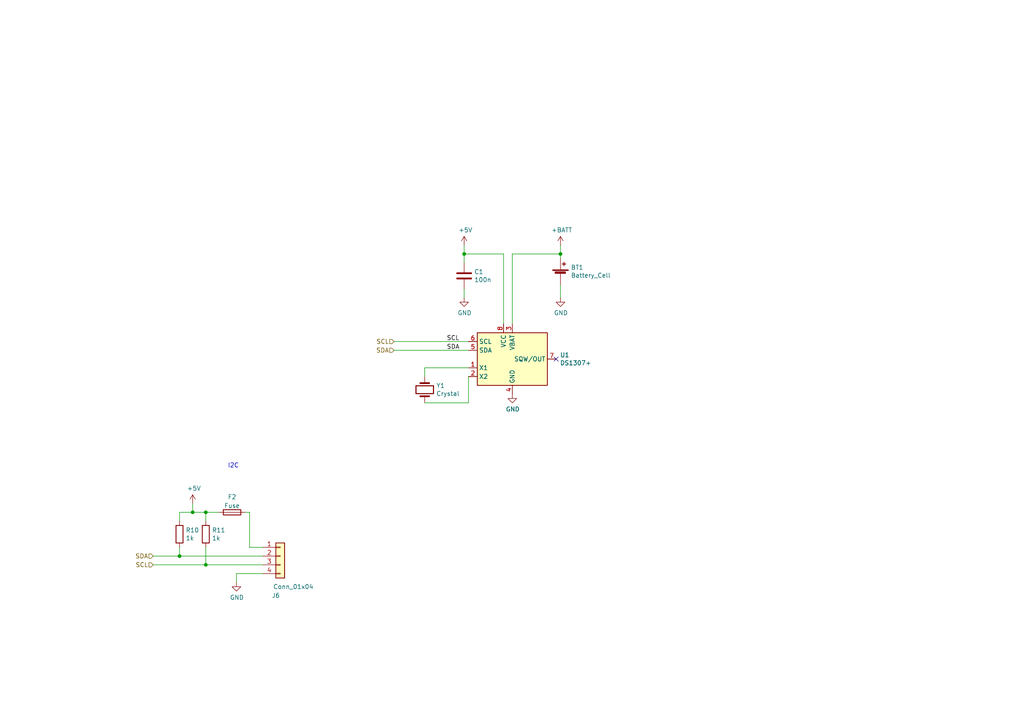
<source format=kicad_sch>
(kicad_sch (version 20211123) (generator eeschema)
  (paper "A4")
  (lib_symbols
    (symbol "Connector_Generic:Conn_01x04" (pin_names (offset 1.016) hide)
      (property "Reference" "J" (at 0 5.08 0))
      (property "Value" "Conn_01x04" (at 0 -7.62 0))
      (symbol "Conn_01x04_1_1"
        (rectangle (start -1.27 -4.953) (end 0 -5.207) (stroke (width 0.1524)))
        (rectangle (start -1.27 -2.413) (end 0 -2.667) (stroke (width 0.1524)))
        (rectangle (start -1.27 0.127) (end 0 -0.127) (stroke (width 0.1524)))
        (rectangle (start -1.27 2.667) (end 0 2.413) (stroke (width 0.1524)))
        (rectangle (start -1.27 3.81) (end 1.27 -6.35) (stroke (width 0.254)) (fill (type background)))
        (pin passive line (at -5.08 2.54 0) (length 3.81) (name "Pin_1") (number "1"))
        (pin passive line (at -5.08 0 0) (length 3.81) (name "Pin_2") (number "2"))
        (pin passive line (at -5.08 -2.54 0) (length 3.81) (name "Pin_3") (number "3"))
        (pin passive line (at -5.08 -5.08 0) (length 3.81) (name "Pin_4") (number "4"))
      )
    )
    (symbol "Device:Battery_Cell" (pin_numbers hide) (pin_names (offset 0) hide)
      (property "Reference" "BT" (at 2.54 2.54 0))
      (property "Value" "Battery_Cell" (at 2.54 0 0))
      (symbol "Battery_Cell_0_1"
        (rectangle (start -2.286 1.778) (end 2.286 1.524) (fill (type outline)))
        (rectangle (start -1.5748 1.1938) (end 1.4732 0.6858) (fill (type outline)))
        (polyline (pts (xy 0 0.762) (xy 0 0)))
        (polyline (pts (xy 0 1.778) (xy 0 2.54)))
        (polyline (pts (xy 0.508 3.429) (xy 1.524 3.429)) (stroke (width 0.254)))
        (polyline (pts (xy 1.016 3.937) (xy 1.016 2.921)) (stroke (width 0.254)))
      )
      (symbol "Battery_Cell_1_1"
        (pin passive line (at 0 5.08 270) (length 2.54) (name "+") (number "1"))
        (pin passive line (at 0 -2.54 90) (length 2.54) (name "-") (number "2"))
      )
    )
    (symbol "Device:C" (pin_numbers hide) (pin_names (offset 0.254))
      (property "Reference" "C" (at 0.635 2.54 0))
      (property "Value" "C" (at 0.635 -2.54 0))
      (symbol "C_0_1"
        (polyline (pts (xy -2.032 -0.762) (xy 2.032 -0.762)) (stroke (width 0.508)))
        (polyline (pts (xy -2.032 0.762) (xy 2.032 0.762)) (stroke (width 0.508)))
      )
      (symbol "C_1_1"
        (pin passive line (at 0 3.81 270) (length 2.794) (name "~") (number "1"))
        (pin passive line (at 0 -3.81 90) (length 2.794) (name "~") (number "2"))
      )
    )
    (symbol "Device:Crystal" (pin_numbers hide) (pin_names (offset 1.016) hide)
      (property "Reference" "Y" (at 0 3.81 0))
      (property "Value" "Crystal" (at 0 -3.81 0))
      (symbol "Crystal_0_1"
        (rectangle (start -1.143 2.54) (end 1.143 -2.54) (stroke (width 0.3048)))
        (polyline (pts (xy -2.54 0) (xy -1.905 0)))
        (polyline (pts (xy -1.905 -1.27) (xy -1.905 1.27)) (stroke (width 0.508)))
        (polyline (pts (xy 1.905 -1.27) (xy 1.905 1.27)) (stroke (width 0.508)))
        (polyline (pts (xy 2.54 0) (xy 1.905 0)))
      )
      (symbol "Crystal_1_1"
        (pin passive line (at -3.81 0 0) (length 1.27) (name "1") (number "1"))
        (pin passive line (at 3.81 0 180) (length 1.27) (name "2") (number "2"))
      )
    )
    (symbol "Device:Fuse" (pin_numbers hide) (pin_names (offset 0))
      (property "Reference" "F" (at 2.032 0 90))
      (property "Value" "Fuse" (at -1.905 0 90))
      (symbol "Fuse_0_1"
        (rectangle (start -0.762 -2.54) (end 0.762 2.54) (stroke (width 0.254)))
        (polyline (pts (xy 0 2.54) (xy 0 -2.54)))
      )
      (symbol "Fuse_1_1"
        (pin passive line (at 0 3.81 270) (length 1.27) (name "~") (number "1"))
        (pin passive line (at 0 -3.81 90) (length 1.27) (name "~") (number "2"))
      )
    )
    (symbol "Device:R" (pin_numbers hide) (pin_names (offset 0))
      (property "Reference" "R" (at 2.032 0 90))
      (property "Value" "R" (at 0 0 90))
      (symbol "R_0_1"
        (rectangle (start -1.016 -2.54) (end 1.016 2.54) (stroke (width 0.254)))
      )
      (symbol "R_1_1"
        (pin passive line (at 0 3.81 270) (length 1.27) (name "~") (number "1"))
        (pin passive line (at 0 -3.81 90) (length 1.27) (name "~") (number "2"))
      )
    )
    (symbol "Timer_RTC:DS1307+"
      (property "Reference" "U" (at -8.89 8.89 0))
      (property "Value" "DS1307+" (at 1.27 8.89 0))
      (symbol "DS1307+_0_1"
        (rectangle (start -10.16 7.62) (end 10.16 -7.62) (stroke (width 0.254)) (fill (type background)))
      )
      (symbol "DS1307+_1_1"
        (pin input line (at -12.7 -2.54 0) (length 2.54) (name "X1") (number "1"))
        (pin input line (at -12.7 -5.08 0) (length 2.54) (name "X2") (number "2"))
        (pin power_in line (at 0 10.16 270) (length 2.54) (name "VBAT") (number "3"))
        (pin power_in line (at 0 -10.16 90) (length 2.54) (name "GND") (number "4"))
        (pin bidirectional line (at -12.7 2.54 0) (length 2.54) (name "SDA") (number "5"))
        (pin input line (at -12.7 5.08 0) (length 2.54) (name "SCL") (number "6"))
        (pin open_collector line (at 12.7 0 180) (length 2.54) (name "SQW/OUT") (number "7"))
        (pin power_in line (at -2.54 10.16 270) (length 2.54) (name "VCC") (number "8"))
      )
    )
    (symbol "power:+5V" (power) (pin_names (offset 0))
      (property "Value" "+5V" (at 0 3.556 0))
      (symbol "+5V_0_1"
        (polyline (pts (xy -0.762 1.27) (xy 0 2.54)))
        (polyline (pts (xy 0 0) (xy 0 2.54)))
        (polyline (pts (xy 0 2.54) (xy 0.762 1.27)))
      )
      (symbol "+5V_1_1"
        (pin power_in line (at 0 0 90) (length 0) hide (name "+5V") (number "1"))
      )
    )
    (symbol "power:+BATT" (power) (pin_names (offset 0))
      (property "Value" "+BATT" (at 0 3.556 0))
      (symbol "+BATT_0_1"
        (polyline (pts (xy -0.762 1.27) (xy 0 2.54)))
        (polyline (pts (xy 0 0) (xy 0 2.54)))
        (polyline (pts (xy 0 2.54) (xy 0.762 1.27)))
      )
      (symbol "+BATT_1_1"
        (pin power_in line (at 0 0 90) (length 0) hide (name "+BATT") (number "1"))
      )
    )
    (symbol "power:GND" (power) (pin_names (offset 0))
      (property "Value" "GND" (at 0 -3.81 0))
      (symbol "GND_0_1"
        (polyline (pts (xy 0 0) (xy 0 -1.27) (xy 1.27 -1.27) (xy 0 -2.54) (xy -1.27 -1.27) (xy 0 -1.27)))
      )
      (symbol "GND_1_1"
        (pin power_in line (at 0 0 270) (length 0) hide (name "GND") (number "1"))
      )
    )
  )
  (junction (at 134.62 73.66))
  (junction (at 59.69 148.59))
  (junction (at 55.88 148.59))
  (junction (at 52.07 161.29))
  (junction (at 162.56 73.66))
  (junction (at 59.69 163.83))
  (no_connect (at 161.29 104.14))
  (wire (pts (xy 52.07 161.29) (xy 52.07 158.75)))
  (wire (pts (xy 148.59 73.66) (xy 162.56 73.66)))
  (wire (pts (xy 148.59 93.98) (xy 148.59 73.66)))
  (wire (pts (xy 44.45 163.83) (xy 59.69 163.83)))
  (wire (pts (xy 59.69 148.59) (xy 59.69 151.13)))
  (wire (pts (xy 68.58 168.91) (xy 68.58 166.37)))
  (wire (pts (xy 135.89 109.22) (xy 135.89 116.84)))
  (wire (pts (xy 114.3 99.06) (xy 135.89 99.06)))
  (wire (pts (xy 55.88 148.59) (xy 59.69 148.59)))
  (wire (pts (xy 52.07 148.59) (xy 55.88 148.59)))
  (wire (pts (xy 123.19 106.68) (xy 135.89 106.68)))
  (wire (pts (xy 68.58 166.37) (xy 76.2 166.37)))
  (wire (pts (xy 52.07 151.13) (xy 52.07 148.59)))
  (wire (pts (xy 44.45 161.29) (xy 52.07 161.29)))
  (wire (pts (xy 134.62 73.66) (xy 134.62 76.2)))
  (wire (pts (xy 52.07 161.29) (xy 76.2 161.29)))
  (wire (pts (xy 59.69 163.83) (xy 76.2 163.83)))
  (wire (pts (xy 162.56 71.12) (xy 162.56 73.66)))
  (wire (pts (xy 55.88 148.59) (xy 55.88 146.05)))
  (wire (pts (xy 135.89 116.84) (xy 123.19 116.84)))
  (wire (pts (xy 134.62 71.12) (xy 134.62 73.66)))
  (wire (pts (xy 114.3 101.6) (xy 135.89 101.6)))
  (wire (pts (xy 134.62 73.66) (xy 146.05 73.66)))
  (wire (pts (xy 134.62 86.36) (xy 134.62 83.82)))
  (wire (pts (xy 146.05 73.66) (xy 146.05 93.98)))
  (wire (pts (xy 72.39 158.75) (xy 76.2 158.75)))
  (wire (pts (xy 59.69 163.83) (xy 59.69 158.75)))
  (wire (pts (xy 123.19 109.22) (xy 123.19 106.68)))
  (wire (pts (xy 162.56 82.55) (xy 162.56 86.36)))
  (wire (pts (xy 59.69 148.59) (xy 63.5 148.59)))
  (wire (pts (xy 72.39 148.59) (xy 72.39 158.75)))
  (wire (pts (xy 162.56 73.66) (xy 162.56 74.93)))
  (wire (pts (xy 71.12 148.59) (xy 72.39 148.59)))
  (text "I2C" (at 66.04 135.89 0) (effects (font (size 1.27 1.27)) (justify left bottom)))
  (label "SDA" (at 129.54 101.6 0))
  (label "SCL" (at 129.54 99.06 0))
  (hierarchical_label "SDA" (shape input) (at 114.3 101.6 180))
  (hierarchical_label "SCL" (shape input) (at 44.45 163.83 180))
  (hierarchical_label "SDA" (shape input) (at 44.45 161.29 180))
  (hierarchical_label "SCL" (shape input) (at 114.3 99.06 180))
  (symbol (lib_id "Device:Battery_Cell") (at 162.56 80.01 0) (unit 1)
    (property "Reference" "BT1" (at 165.5572 77.5716 0) (effects (justify left)))
    (property "Value" "Battery_Cell" (at 165.5572 79.883 0) (effects (justify left)))
    (property "Footprint" "cr2032:CR2032H" (effects hide))
  )
  (symbol (lib_id "power:GND") (at 162.56 86.36 0) (unit 1)
    (property "Reference" "#PWR0103" (effects hide))
    (property "Value" "GND" (at 162.687 90.7542 0))
  )
  (symbol (lib_id "power:+BATT") (at 162.56 71.12 0) (unit 1)
    (property "Reference" "#PWR0104" (effects hide))
    (property "Value" "+BATT" (at 162.941 66.7258 0))
  )
  (symbol (lib_id "Timer_RTC:DS1307+") (at 148.59 104.14 0) (unit 1)
    (property "Reference" "U1" (at 162.4076 102.9716 0) (effects (justify left)))
    (property "Value" "DS1307+" (at 162.4076 105.283 0) (effects (justify left)))
    (property "Footprint" "Package_DIP:DIP-8_W7.62mm_Socket" (effects hide))
    (property "Datasheet" "https://datasheets.maximintegrated.com/en/ds/DS1307.pdf" (effects hide))
  )
  (symbol (lib_id "Device:Crystal") (at 123.19 113.03 270) (unit 1)
    (property "Reference" "Y1" (at 126.5174 111.8616 90) (effects (justify left)))
    (property "Value" "Crystal" (at 126.5174 114.173 90) (effects (justify left)))
    (property "Footprint" "Crystal:Crystal_C38-LF_D3.0mm_L8.0mm_Horizontal" (effects hide))
  )
  (symbol (lib_id "power:+5V") (at 134.62 71.12 0) (unit 1)
    (property "Reference" "#PWR0105" (effects hide))
    (property "Value" "+5V" (at 135.001 66.7258 0))
  )
  (symbol (lib_id "power:GND") (at 148.59 114.3 0) (unit 1)
    (property "Reference" "#PWR0106" (effects hide))
    (property "Value" "GND" (at 148.717 118.6942 0))
  )
  (symbol (lib_id "power:GND") (at 134.62 86.36 0) (unit 1)
    (property "Reference" "#PWR0107" (effects hide))
    (property "Value" "GND" (at 134.747 90.7542 0))
  )
  (symbol (lib_id "Device:C") (at 134.62 80.01 0) (unit 1)
    (property "Reference" "C1" (at 137.541 78.8416 0) (effects (justify left)))
    (property "Value" "100n" (at 137.541 81.153 0) (effects (justify left)))
    (property "Footprint" "Capacitor_THT:C_Disc_D4.3mm_W1.9mm_P5.00mm" (effects hide))
  )
  (symbol (lib_id "Device:R") (at 59.69 154.94 0) (unit 1)
    (property "Reference" "R11" (at 61.468 153.7716 0) (effects (justify left)))
    (property "Value" "1k" (at 61.468 156.083 0) (effects (justify left)))
    (property "Footprint" "Resistor_THT:R_Axial_DIN0204_L3.6mm_D1.6mm_P7.62mm_Horizontal" (effects hide))
  )
  (symbol (lib_id "Connector_Generic:Conn_01x04") (at 81.28 161.29 0) (unit 1)
    (property "Reference" "J6" (at 80.01 172.72 0))
    (property "Value" "Conn_01x04" (at 85.09 170.18 0))
    (property "Footprint" "Connector_PinHeader_2.54mm:PinHeader_1x04_P2.54mm_Horizontal" (effects hide))
  )
  (symbol (lib_id "power:+5V") (at 55.88 146.05 0) (unit 1)
    (property "Reference" "#PWR0171" (effects hide))
    (property "Value" "+5V" (at 56.261 141.6558 0))
  )
  (symbol (lib_id "power:GND") (at 68.58 168.91 0) (unit 1)
    (property "Reference" "#PWR0172" (effects hide))
    (property "Value" "GND" (at 68.707 173.3042 0))
  )
  (symbol (lib_id "Device:Fuse") (at 67.31 148.59 90) (unit 1)
    (property "Reference" "F2" (at 67.31 144.1282 90))
    (property "Value" "Fuse" (at 67.31 146.6651 90))
    (property "Footprint" "Resistor_THT:R_Axial_DIN0411_L9.9mm_D3.6mm_P5.08mm_Vertical" (effects hide))
  )
  (symbol (lib_id "Device:R") (at 52.07 154.94 0) (unit 1)
    (property "Reference" "R10" (at 53.848 153.7716 0) (effects (justify left)))
    (property "Value" "1k" (at 53.848 156.083 0) (effects (justify left)))
    (property "Footprint" "Resistor_THT:R_Axial_DIN0204_L3.6mm_D1.6mm_P7.62mm_Horizontal" (effects hide))
  )
)
</source>
